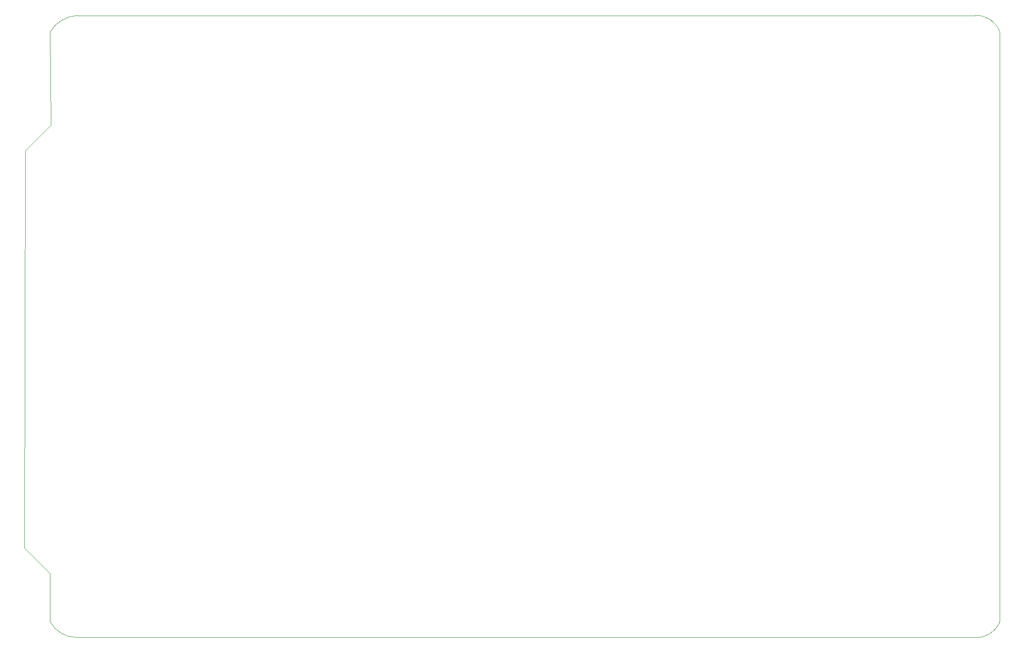
<source format=gbr>
%TF.GenerationSoftware,Altium Limited,Altium Designer,20.2.5 (213)*%
G04 Layer_Color=8388736*
%FSLAX26Y26*%
%MOIN*%
%TF.SameCoordinates,9BAFD9CD-774C-4051-972E-F2DD54F50950*%
%TF.FilePolarity,Positive*%
%TF.FileFunction,Other,Mechanical_2*%
%TF.Part,Single*%
G01*
G75*
%TA.AperFunction,NonConductor*%
%ADD73C,0.000500*%
%TA.AperFunction,SMDPad,CuDef*%
%ADD74C,0.000500*%
D73*
X803345Y5458752D02*
G03*
X596252Y5332009I14716J-256609D01*
G01*
X7879718Y5332007D02*
G03*
X7693111Y5458749I-177290J-60285D01*
G01*
X596249Y804447D02*
G03*
X797368Y683961I202471J109871D01*
G01*
X7687133Y683967D02*
G03*
X7879714Y804451I15905J188731D01*
G01*
X399402Y1370684D02*
X404500Y4419784D01*
X596252Y804448D02*
Y1173834D01*
Y5332008D02*
X601350Y4616634D01*
X7879718Y804448D02*
Y5332008D01*
X399402Y1370684D02*
X596252Y1173834D01*
X404500Y4419784D02*
X601350Y4616634D01*
X803346Y5458752D02*
X7693110D01*
X797370Y683964D02*
X7687134D01*
D74*
X803344Y5458752D02*
D03*
X596252Y5332010D02*
D03*
X7879718Y5332006D02*
D03*
X7693112Y5458748D02*
D03*
X596250Y804446D02*
D03*
X797368Y683962D02*
D03*
X7687132Y683968D02*
D03*
X7879714Y804450D02*
D03*
X760362Y5219062D02*
D03*
X898158D02*
D03*
X760466Y897662D02*
D03*
X898260D02*
D03*
X7553166Y895862D02*
D03*
X7690962D02*
D03*
X7556166Y5219862D02*
D03*
X7693962D02*
D03*
X404500Y4419784D02*
D03*
X399402Y1370684D02*
D03*
X596252Y1173834D02*
D03*
Y804448D02*
D03*
X601350Y4616634D02*
D03*
X596252Y5332008D02*
D03*
X7879718D02*
D03*
Y804448D02*
D03*
X596252Y1173834D02*
D03*
X399402Y1370684D02*
D03*
X601350Y4616634D02*
D03*
X404500Y4419784D02*
D03*
X7693110Y5458752D02*
D03*
X803346D02*
D03*
X7687134Y683964D02*
D03*
X797370D02*
D03*
%TF.MD5,15492a007d5356efe1839e30189afa27*%
M02*

</source>
